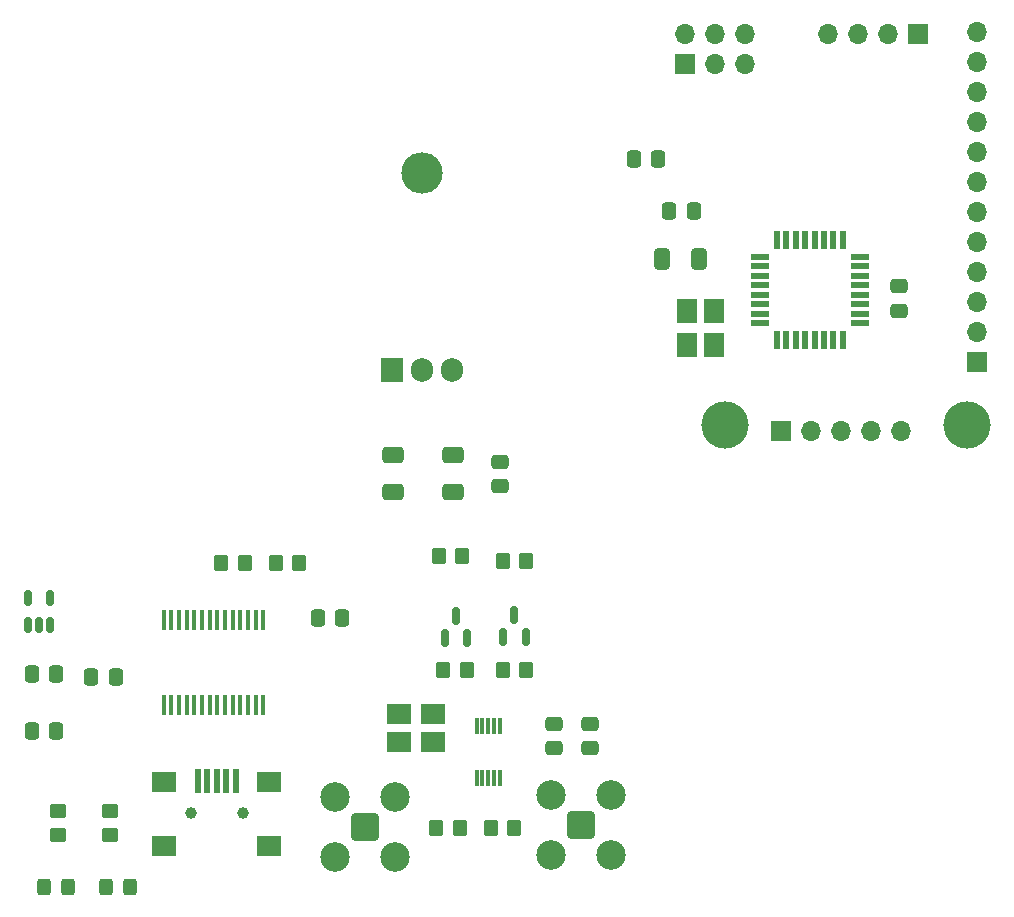
<source format=gbr>
%TF.GenerationSoftware,KiCad,Pcbnew,7.0.9-1.fc39*%
%TF.CreationDate,2023-11-27T20:11:11+01:00*%
%TF.ProjectId,sis5351a GPS controlled time base,73697335-3335-4316-9120-47505320636f,rev?*%
%TF.SameCoordinates,Original*%
%TF.FileFunction,Soldermask,Top*%
%TF.FilePolarity,Negative*%
%FSLAX46Y46*%
G04 Gerber Fmt 4.6, Leading zero omitted, Abs format (unit mm)*
G04 Created by KiCad (PCBNEW 7.0.9-1.fc39) date 2023-11-27 20:11:11*
%MOMM*%
%LPD*%
G01*
G04 APERTURE LIST*
G04 Aperture macros list*
%AMRoundRect*
0 Rectangle with rounded corners*
0 $1 Rounding radius*
0 $2 $3 $4 $5 $6 $7 $8 $9 X,Y pos of 4 corners*
0 Add a 4 corners polygon primitive as box body*
4,1,4,$2,$3,$4,$5,$6,$7,$8,$9,$2,$3,0*
0 Add four circle primitives for the rounded corners*
1,1,$1+$1,$2,$3*
1,1,$1+$1,$4,$5*
1,1,$1+$1,$6,$7*
1,1,$1+$1,$8,$9*
0 Add four rect primitives between the rounded corners*
20,1,$1+$1,$2,$3,$4,$5,0*
20,1,$1+$1,$4,$5,$6,$7,0*
20,1,$1+$1,$6,$7,$8,$9,0*
20,1,$1+$1,$8,$9,$2,$3,0*%
G04 Aperture macros list end*
%ADD10RoundRect,0.250000X-0.325000X-0.450000X0.325000X-0.450000X0.325000X0.450000X-0.325000X0.450000X0*%
%ADD11RoundRect,0.250000X-0.350000X-0.450000X0.350000X-0.450000X0.350000X0.450000X-0.350000X0.450000X0*%
%ADD12RoundRect,0.250000X-0.650000X0.412500X-0.650000X-0.412500X0.650000X-0.412500X0.650000X0.412500X0*%
%ADD13C,1.000000*%
%ADD14R,0.500000X2.000000*%
%ADD15R,2.000000X1.700000*%
%ADD16RoundRect,0.250000X-0.475000X0.337500X-0.475000X-0.337500X0.475000X-0.337500X0.475000X0.337500X0*%
%ADD17RoundRect,0.250000X-0.337500X-0.475000X0.337500X-0.475000X0.337500X0.475000X-0.337500X0.475000X0*%
%ADD18R,1.600000X0.550000*%
%ADD19R,0.550000X1.600000*%
%ADD20RoundRect,0.250000X0.450000X-0.350000X0.450000X0.350000X-0.450000X0.350000X-0.450000X-0.350000X0*%
%ADD21R,1.700000X1.700000*%
%ADD22O,1.700000X1.700000*%
%ADD23RoundRect,0.150000X0.150000X-0.512500X0.150000X0.512500X-0.150000X0.512500X-0.150000X-0.512500X0*%
%ADD24RoundRect,0.250000X-0.412500X-0.650000X0.412500X-0.650000X0.412500X0.650000X-0.412500X0.650000X0*%
%ADD25RoundRect,0.250000X0.350000X0.450000X-0.350000X0.450000X-0.350000X-0.450000X0.350000X-0.450000X0*%
%ADD26RoundRect,0.200100X0.949900X0.949900X-0.949900X0.949900X-0.949900X-0.949900X0.949900X-0.949900X0*%
%ADD27C,2.500000*%
%ADD28R,0.300000X1.400000*%
%ADD29C,4.000000*%
%ADD30RoundRect,0.150000X0.150000X-0.587500X0.150000X0.587500X-0.150000X0.587500X-0.150000X-0.587500X0*%
%ADD31O,3.500000X3.500000*%
%ADD32R,1.905000X2.000000*%
%ADD33O,1.905000X2.000000*%
%ADD34R,0.450000X1.750000*%
%ADD35R,2.100000X1.800000*%
%ADD36R,1.800000X2.100000*%
G04 APERTURE END LIST*
D10*
%TO.C,D1*%
X128600000Y-135800000D03*
X130650000Y-135800000D03*
%TD*%
D11*
%TO.C,R9*%
X166400000Y-130800000D03*
X168400000Y-130800000D03*
%TD*%
D12*
%TO.C,C13*%
X163166400Y-99260300D03*
X163166400Y-102385300D03*
%TD*%
D13*
%TO.C,J1*%
X141000000Y-129525000D03*
X145400000Y-129525000D03*
D14*
X141600000Y-126825000D03*
X142400000Y-126825000D03*
X143200000Y-126825000D03*
X144000000Y-126825000D03*
X144800000Y-126825000D03*
D15*
X138750000Y-126925000D03*
X138750000Y-132375000D03*
X147650000Y-126925000D03*
X147650000Y-132375000D03*
%TD*%
D16*
%TO.C,C8*%
X201000000Y-84925000D03*
X201000000Y-87000000D03*
%TD*%
D17*
%TO.C,C5*%
X181525000Y-78600000D03*
X183600000Y-78600000D03*
%TD*%
D18*
%TO.C,U3*%
X189171000Y-82467800D03*
X189171000Y-83267800D03*
X189171000Y-84067800D03*
X189171000Y-84867800D03*
X189171000Y-85667800D03*
X189171000Y-86467800D03*
X189171000Y-87267800D03*
X189171000Y-88067800D03*
D19*
X190621000Y-89517800D03*
X191421000Y-89517800D03*
X192221000Y-89517800D03*
X193021000Y-89517800D03*
X193821000Y-89517800D03*
X194621000Y-89517800D03*
X195421000Y-89517800D03*
X196221000Y-89517800D03*
D18*
X197671000Y-88067800D03*
X197671000Y-87267800D03*
X197671000Y-86467800D03*
X197671000Y-85667800D03*
X197671000Y-84867800D03*
X197671000Y-84067800D03*
X197671000Y-83267800D03*
X197671000Y-82467800D03*
D19*
X196221000Y-81017800D03*
X195421000Y-81017800D03*
X194621000Y-81017800D03*
X193821000Y-81017800D03*
X193021000Y-81017800D03*
X192221000Y-81017800D03*
X191421000Y-81017800D03*
X190621000Y-81017800D03*
%TD*%
D20*
%TO.C,R6*%
X134200000Y-131400000D03*
X134200000Y-129400000D03*
%TD*%
D21*
%TO.C,J2*%
X191000000Y-97186500D03*
D22*
X193540000Y-97186500D03*
X196080000Y-97186500D03*
X198620000Y-97186500D03*
X201160000Y-97186500D03*
%TD*%
D16*
%TO.C,C3*%
X174800000Y-122000000D03*
X174800000Y-124075000D03*
%TD*%
D23*
%TO.C,U2*%
X127200000Y-113600000D03*
X128150000Y-113600000D03*
X129100000Y-113600000D03*
X129100000Y-111325000D03*
X127200000Y-111325000D03*
%TD*%
D24*
%TO.C,C7*%
X180875000Y-82600000D03*
X184000000Y-82600000D03*
%TD*%
D17*
%TO.C,C1*%
X127562500Y-122600000D03*
X129637500Y-122600000D03*
%TD*%
D11*
%TO.C,R8*%
X143600000Y-108400000D03*
X145600000Y-108400000D03*
%TD*%
%TO.C,R2*%
X167400000Y-108200000D03*
X169400000Y-108200000D03*
%TD*%
D25*
%TO.C,R7*%
X150200000Y-108400000D03*
X148200000Y-108400000D03*
%TD*%
D12*
%TO.C,C12*%
X158166400Y-99222800D03*
X158166400Y-102347800D03*
%TD*%
D11*
%TO.C,R1*%
X162000000Y-107800000D03*
X164000000Y-107800000D03*
%TD*%
D25*
%TO.C,R10*%
X163800000Y-130800000D03*
X161800000Y-130800000D03*
%TD*%
D11*
%TO.C,R3*%
X167400000Y-117400000D03*
X169400000Y-117400000D03*
%TD*%
D16*
%TO.C,C9*%
X167166400Y-99785300D03*
X167166400Y-101860300D03*
%TD*%
D26*
%TO.C,J7*%
X155740000Y-130740000D03*
D27*
X158280000Y-133280000D03*
X158280000Y-128200000D03*
X153200000Y-133280000D03*
X153200000Y-128200000D03*
%TD*%
D11*
%TO.C,R4*%
X162400000Y-117400000D03*
X164400000Y-117400000D03*
%TD*%
D17*
%TO.C,C10*%
X151762500Y-113000000D03*
X153837500Y-113000000D03*
%TD*%
D28*
%TO.C,U1*%
X167200600Y-122176800D03*
X166700600Y-122176800D03*
X166200600Y-122176800D03*
X165700600Y-122176800D03*
X165200600Y-122176800D03*
X165200600Y-126576800D03*
X165700600Y-126576800D03*
X166200600Y-126576800D03*
X166700600Y-126576800D03*
X167200600Y-126576800D03*
%TD*%
D29*
%TO.C,REF\u002A\u002A*%
X206700000Y-96700000D03*
X186200000Y-96700000D03*
%TD*%
D30*
%TO.C,Q2*%
X162511000Y-114735400D03*
X164411000Y-114735400D03*
X163461000Y-112860400D03*
%TD*%
D17*
%TO.C,C11*%
X132600000Y-118000000D03*
X134675000Y-118000000D03*
%TD*%
D16*
%TO.C,C4*%
X171800000Y-122000000D03*
X171800000Y-124075000D03*
%TD*%
D31*
%TO.C,U4*%
X160600000Y-75370000D03*
D32*
X158060000Y-92030000D03*
D33*
X160600000Y-92030000D03*
X163140000Y-92030000D03*
%TD*%
D17*
%TO.C,C6*%
X178525000Y-74200000D03*
X180600000Y-74200000D03*
%TD*%
D26*
%TO.C,J6*%
X174060000Y-130540000D03*
D27*
X176600000Y-133080000D03*
X176600000Y-128000000D03*
X171520000Y-133080000D03*
X171520000Y-128000000D03*
%TD*%
D34*
%TO.C,U5*%
X147150000Y-113200000D03*
X146500000Y-113200000D03*
X145850000Y-113200000D03*
X145200000Y-113200000D03*
X144550000Y-113200000D03*
X143900000Y-113200000D03*
X143250000Y-113200000D03*
X142600000Y-113200000D03*
X141950000Y-113200000D03*
X141300000Y-113200000D03*
X140650000Y-113200000D03*
X140000000Y-113200000D03*
X139350000Y-113200000D03*
X138700000Y-113200000D03*
X138700000Y-120400000D03*
X139350000Y-120400000D03*
X140000000Y-120400000D03*
X140650000Y-120400000D03*
X141300000Y-120400000D03*
X141950000Y-120400000D03*
X142600000Y-120400000D03*
X143250000Y-120400000D03*
X143900000Y-120400000D03*
X144550000Y-120400000D03*
X145200000Y-120400000D03*
X145850000Y-120400000D03*
X146500000Y-120400000D03*
X147150000Y-120400000D03*
%TD*%
D35*
%TO.C,Y1*%
X161500000Y-121200000D03*
X158600000Y-121200000D03*
X158600000Y-123500000D03*
X161500000Y-123500000D03*
%TD*%
D21*
%TO.C,J4*%
X182860000Y-66140000D03*
D22*
X182860000Y-63600000D03*
X185400000Y-66140000D03*
X185400000Y-63600000D03*
X187940000Y-66140000D03*
X187940000Y-63600000D03*
%TD*%
D30*
%TO.C,Q1*%
X167461000Y-114672900D03*
X169361000Y-114672900D03*
X168411000Y-112797900D03*
%TD*%
D21*
%TO.C,J5*%
X207600000Y-91360000D03*
D22*
X207600000Y-88820000D03*
X207600000Y-86280000D03*
X207600000Y-83740000D03*
X207600000Y-81200000D03*
X207600000Y-78660000D03*
X207600000Y-76120000D03*
X207600000Y-73580000D03*
X207600000Y-71040000D03*
X207600000Y-68500000D03*
X207600000Y-65960000D03*
X207600000Y-63420000D03*
%TD*%
D17*
%TO.C,C2*%
X127525000Y-117800000D03*
X129600000Y-117800000D03*
%TD*%
D36*
%TO.C,Y2*%
X185300000Y-89900000D03*
X185300000Y-87000000D03*
X183000000Y-87000000D03*
X183000000Y-89900000D03*
%TD*%
D10*
%TO.C,D2*%
X133800000Y-135800000D03*
X135850000Y-135800000D03*
%TD*%
D21*
%TO.C,J3*%
X202600000Y-63600000D03*
D22*
X200060000Y-63600000D03*
X197520000Y-63600000D03*
X194980000Y-63600000D03*
%TD*%
D20*
%TO.C,R5*%
X129800000Y-131400000D03*
X129800000Y-129400000D03*
%TD*%
M02*

</source>
